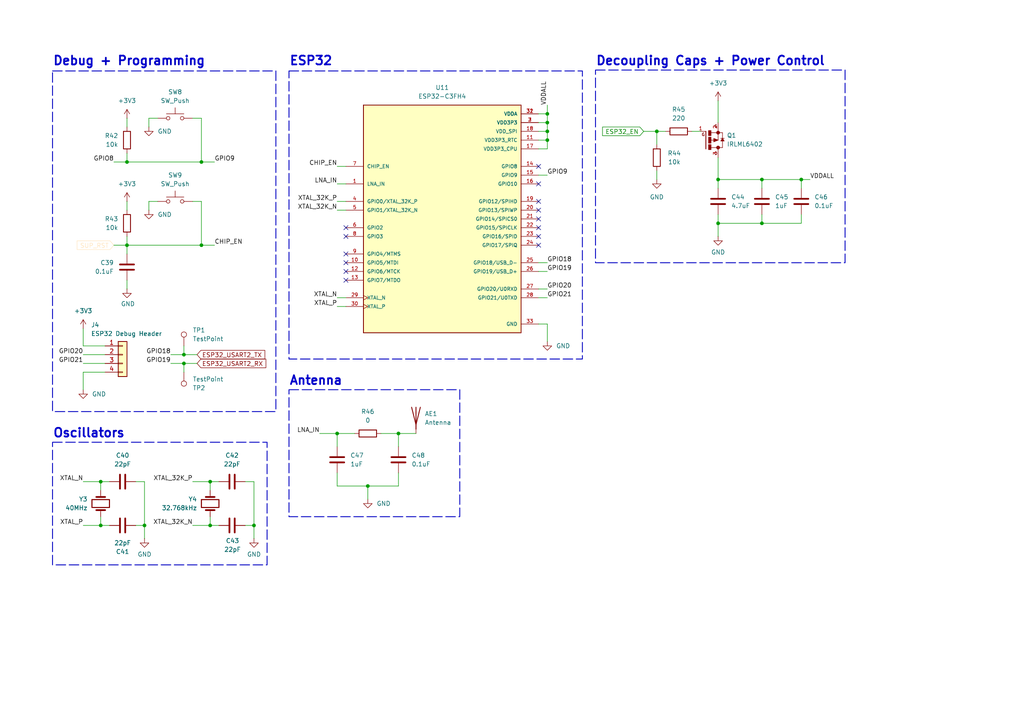
<source format=kicad_sch>
(kicad_sch (version 20250114) (generator "eeschema") (generator_version "9.0")
  (paper "A4")
  (title_block (title "HRVSTR") (date "2025-07-13") (rev "V1.0") (company "Smuggr"))
  (lib_symbols
    (symbol "Connector:TestPoint" (pin_numbers (hide yes)) (pin_names (offset 0.762) (hide yes))
      (property "Reference" "TP" (at 0 6.858 0))
      (property "Value" "TestPoint" (at 0 5.08 0))
      (symbol "TestPoint_0_1"
        (circle (center 0 3.302) (radius 0.762))
      )
      (symbol "TestPoint_1_1"
        (pin passive line (at 0 0 90) (length 2.54) (name "1") (number "1"))
      )
    )
    (symbol "Connector_Generic:Conn_01x04" (pin_names (offset 1.016) (hide yes))
      (property "Reference" "J" (at 0 5.08 0))
      (property "Value" "Conn_01x04" (at 0 -7.62 0))
      (symbol "Conn_01x04_1_1"
        (rectangle (start -1.27 3.81) (end 1.27 -6.35) (stroke (width 0.254)) (fill (type background)))
        (rectangle (start -1.27 2.667) (end 0 2.413) (stroke (width 0.1524)))
        (rectangle (start -1.27 0.127) (end 0 -0.127) (stroke (width 0.1524)))
        (rectangle (start -1.27 -2.413) (end 0 -2.667) (stroke (width 0.1524)))
        (rectangle (start -1.27 -4.953) (end 0 -5.207) (stroke (width 0.1524)))
        (pin passive line (at -5.08 2.54 0) (length 3.81) (name "Pin_1") (number "1"))
        (pin passive line (at -5.08 0 0) (length 3.81) (name "Pin_2") (number "2"))
        (pin passive line (at -5.08 -2.54 0) (length 3.81) (name "Pin_3") (number "3"))
        (pin passive line (at -5.08 -5.08 0) (length 3.81) (name "Pin_4") (number "4"))
      )
    )
    (symbol "Device:Antenna" (pin_numbers (hide yes)) (pin_names (offset 1.016) (hide yes))
      (property "Reference" "AE" (at -1.905 1.905 0))
      (property "Value" "Antenna" (at -1.905 0 0))
      (symbol "Antenna_0_1"
        (polyline (pts (xy 0 2.54) (xy 0 -3.81)) (stroke (width 0.254)))
        (polyline (pts (xy 1.27 2.54) (xy 0 -2.54) (xy -1.27 2.54)) (stroke (width 0.254)))
      )
      (symbol "Antenna_1_1"
        (pin input line (at 0 -5.08 90) (length 2.54) (name "A") (number "1"))
      )
    )
    (symbol "Device:C" (pin_numbers (hide yes)) (pin_names (offset 0.254))
      (property "Reference" "C" (at 0.635 2.54 0))
      (property "Value" "C" (at 0.635 -2.54 0))
      (symbol "C_0_1"
        (polyline (pts (xy -2.032 0.762) (xy 2.032 0.762)) (stroke (width 0.508)))
        (polyline (pts (xy -2.032 -0.762) (xy 2.032 -0.762)) (stroke (width 0.508)))
      )
      (symbol "C_1_1"
        (pin passive line (at 0 3.81 270) (length 2.794) (name "~") (number "1"))
        (pin passive line (at 0 -3.81 90) (length 2.794) (name "~") (number "2"))
      )
    )
    (symbol "Device:Crystal" (pin_numbers (hide yes)) (pin_names (offset 1.016) (hide yes))
      (property "Reference" "Y" (at 0 3.81 0))
      (property "Value" "Crystal" (at 0 -3.81 0))
      (symbol "Crystal_0_1"
        (polyline (pts (xy -2.54 0) (xy -1.905 0)))
        (polyline (pts (xy -1.905 -1.27) (xy -1.905 1.27)) (stroke (width 0.508)))
        (rectangle (start -1.143 2.54) (end 1.143 -2.54) (stroke (width 0.3048)))
        (polyline (pts (xy 1.905 -1.27) (xy 1.905 1.27)) (stroke (width 0.508)))
        (polyline (pts (xy 2.54 0) (xy 1.905 0)))
      )
      (symbol "Crystal_1_1"
        (pin passive line (at -3.81 0 0) (length 1.27) (name "1") (number "1"))
        (pin passive line (at 3.81 0 180) (length 1.27) (name "2") (number "2"))
      )
    )
    (symbol "Device:R" (pin_numbers (hide yes)) (pin_names (offset 0))
      (property "Reference" "R" (at 2.032 0 90))
      (property "Value" "R" (at 0 0 90))
      (symbol "R_0_1"
        (rectangle (start -1.016 -2.54) (end 1.016 2.54) (stroke (width 0.254)))
      )
      (symbol "R_1_1"
        (pin passive line (at 0 3.81 270) (length 1.27) (name "~") (number "1"))
        (pin passive line (at 0 -3.81 90) (length 1.27) (name "~") (number "2"))
      )
    )
    (symbol "ESP32-C3FH4:ESP32-C3FH4" (pin_names (offset 1.016))
      (property "Reference" "U" (at -22.86 33.782 0))
      (property "Value" "ESP32-C3FH4" (at -22.86 -35.56 0))
      (symbol "ESP32-C3FH4_0_0"
        (rectangle (start -22.86 -33.02) (end 22.86 33.02) (stroke (width 0.254)) (fill (type background)))
        (pin input line (at -27.94 15.24 0) (length 5.08) (name "CHIP_EN") (number "7"))
        (pin input line (at -27.94 10.16 0) (length 5.08) (name "LNA_IN") (number "1"))
        (pin bidirectional line (at -27.94 5.08 0) (length 5.08) (name "GPIO0/XTAL_32K_P") (number "4"))
        (pin bidirectional line (at -27.94 2.54 0) (length 5.08) (name "GPIO1/XTAL_32K_N") (number "5"))
        (pin bidirectional line (at -27.94 -2.54 0) (length 5.08) (name "GPIO2") (number "6"))
        (pin bidirectional line (at -27.94 -5.08 0) (length 5.08) (name "GPIO3") (number "8"))
        (pin bidirectional line (at -27.94 -10.16 0) (length 5.08) (name "GPIO4/MTMS") (number "9"))
        (pin bidirectional line (at -27.94 -12.7 0) (length 5.08) (name "GPIO5/MTDI") (number "10"))
        (pin bidirectional line (at -27.94 -15.24 0) (length 5.08) (name "GPIO6/MTCK") (number "12"))
        (pin bidirectional line (at -27.94 -17.78 0) (length 5.08) (name "GPIO7/MTDO") (number "13"))
        (pin input clock (at -27.94 -22.86 0) (length 5.08) (name "XTAL_N") (number "29"))
        (pin input clock (at -27.94 -25.4 0) (length 5.08) (name "XTAL_P") (number "30"))
        (pin power_in line (at 27.94 30.48 180) (length 5.08) (name "VDDA") (number "31"))
        (pin power_in line (at 27.94 30.48 180) (length 5.08) (name "VDDA") (number "32"))
        (pin power_in line (at 27.94 27.94 180) (length 5.08) (name "VDD3P3") (number "2"))
        (pin power_in line (at 27.94 27.94 180) (length 5.08) (name "VDD3P3") (number "3"))
        (pin power_in line (at 27.94 25.4 180) (length 5.08) (name "VDD_SPI") (number "18"))
        (pin power_in line (at 27.94 22.86 180) (length 5.08) (name "VDD3P3_RTC") (number "11"))
        (pin power_in line (at 27.94 20.32 180) (length 5.08) (name "VDD3P3_CPU") (number "17"))
        (pin bidirectional line (at 27.94 15.24 180) (length 5.08) (name "GPIO8") (number "14"))
        (pin bidirectional line (at 27.94 12.7 180) (length 5.08) (name "GPIO9") (number "15"))
        (pin bidirectional line (at 27.94 10.16 180) (length 5.08) (name "GPIO10") (number "16"))
        (pin bidirectional line (at 27.94 5.08 180) (length 5.08) (name "GPIO12/SPIHD") (number "19"))
        (pin bidirectional line (at 27.94 2.54 180) (length 5.08) (name "GPIO13/SPIWP") (number "20"))
        (pin bidirectional line (at 27.94 0 180) (length 5.08) (name "GPIO14/SPICS0") (number "21"))
        (pin bidirectional line (at 27.94 -2.54 180) (length 5.08) (name "GPIO15/SPICLK") (number "22"))
        (pin bidirectional line (at 27.94 -5.08 180) (length 5.08) (name "GPIO16/SPID") (number "23"))
        (pin bidirectional line (at 27.94 -7.62 180) (length 5.08) (name "GPIO17/SPIQ") (number "24"))
        (pin bidirectional line (at 27.94 -12.7 180) (length 5.08) (name "GPIO18/USB_D-") (number "25"))
        (pin bidirectional line (at 27.94 -15.24 180) (length 5.08) (name "GPIO19/USB_D+") (number "26"))
        (pin bidirectional line (at 27.94 -20.32 180) (length 5.08) (name "GPIO20/U0RXD") (number "27"))
        (pin bidirectional line (at 27.94 -22.86 180) (length 5.08) (name "GPIO21/U0TXD") (number "28"))
        (pin power_in line (at 27.94 -30.48 180) (length 5.08) (name "GND") (number "33"))
      )
    )
    (symbol "IRLML6402:IRLML6402" (pin_names (offset 1.016))
      (property "Reference" "Q" (at 3.816 2.544 0))
      (property "Value" "IRLML6402" (at 3.8123 0 0))
      (symbol "IRLML6402_0_0"
        (polyline (pts (xy -3.556 2.54) (xy -5.08 2.54)) (stroke (width 0.1524)))
        (polyline (pts (xy -3.556 -2.54) (xy -3.556 2.54)) (stroke (width 0.254)))
        (rectangle (start -2.7992 1.2724) (end -2.032 2.794) (stroke (width 0.1)) (fill (type outline)))
        (rectangle (start -2.7955 -2.7955) (end -2.032 -1.27) (stroke (width 0.1)) (fill (type outline)))
        (rectangle (start -2.7947 -0.8892) (end -2.032 0.889) (stroke (width 0.1)) (fill (type outline)))
        (polyline (pts (xy -2.159 0) (xy 0 0)) (stroke (width 0.1524)))
        (polyline (pts (xy -2.032 -2.159) (xy 0 -2.159)) (stroke (width 0.1524)))
        (polyline (pts (xy 0 2.54) (xy 0 2.159)) (stroke (width 0.1524)))
        (circle (center 0 2.159) (radius 0.127) (stroke (width 0.4064)))
        (polyline (pts (xy 0 2.159) (xy -2.0066 2.159)) (stroke (width 0.1524)))
        (polyline (pts (xy 0 0) (xy 0 2.159)) (stroke (width 0.1524)))
        (polyline (pts (xy 0 0) (xy -1.27 0.508) (xy -1.27 -0.508) (xy 0 0)) (stroke (width 0.1524)) (fill (type outline)))
        (polyline (pts (xy 0 -2.159) (xy 0 -2.54)) (stroke (width 0.1524)))
        (circle (center 0 -2.159) (radius 0.127) (stroke (width 0.4064)))
        (polyline (pts (xy 0.762 0.508) (xy 1.27 0.508)) (stroke (width 0.1524)))
        (polyline (pts (xy 1.27 2.159) (xy 0 2.159)) (stroke (width 0.1524)))
        (polyline (pts (xy 1.27 0.508) (xy 1.27 2.159)) (stroke (width 0.1524)))
        (polyline (pts (xy 1.27 0.508) (xy 1.778 0.508)) (stroke (width 0.1524)))
        (polyline (pts (xy 1.27 0.508) (xy 0.762 -0.254) (xy 1.778 -0.254) (xy 1.27 0.508)) (stroke (width 0.1524)) (fill (type outline)))
        (polyline (pts (xy 1.27 -2.159) (xy 0 -2.159)) (stroke (width 0.1524)))
        (polyline (pts (xy 1.27 -2.159) (xy 1.27 -0.127)) (stroke (width 0.1524)))
        (text "G" (at -4.829 1.1437 0) (effects (font (size 0.8133 0.8133)) (justify left bottom)))
        (text "S" (at -1.1446 3.5611 0) (effects (font (size 0.814 0.814)) (justify left bottom)))
        (text "D" (at -1.1439 -4.3216 0) (effects (font (size 0.8135 0.8135)) (justify left bottom)))
        (pin passive line (at -5.08 2.54 0) (length 0) (name "~") (number "1"))
        (pin passive line (at 0 5.08 270) (length 2.54) (name "~") (number "2"))
        (pin passive line (at 0 -5.08 90) (length 2.54) (name "~") (number "3"))
      )
    )
    (symbol "Switch:SW_Push" (pin_numbers (hide yes)) (pin_names (offset 1.016) (hide yes))
      (property "Reference" "SW" (at 1.27 2.54 0))
      (property "Value" "SW_Push" (at 0 -1.524 0))
      (symbol "SW_Push_0_1"
        (circle (center -2.032 0) (radius 0.508))
        (polyline (pts (xy 0 1.27) (xy 0 3.048)))
        (circle (center 2.032 0) (radius 0.508))
        (polyline (pts (xy 2.54 1.27) (xy -2.54 1.27)))
        (pin passive line (at -5.08 0 0) (length 2.54) (name "1") (number "1"))
        (pin passive line (at 5.08 0 180) (length 2.54) (name "2") (number "2"))
      )
    )
    (symbol "power:+3V3" (power) (pin_numbers (hide yes)) (pin_names (offset 0) (hide yes))
      (property "Value" "+3V3" (at 0 3.556 0))
      (symbol "+3V3_0_1"
        (polyline (pts (xy -0.762 1.27) (xy 0 2.54)))
        (polyline (pts (xy 0 2.54) (xy 0.762 1.27)))
        (polyline (pts (xy 0 0) (xy 0 2.54)))
      )
      (symbol "+3V3_1_1"
        (pin power_in line (at 0 0 90) (length 0) (name "~") (number "1"))
      )
    )
    (symbol "power:GND" (power) (pin_numbers (hide yes)) (pin_names (offset 0) (hide yes))
      (property "Value" "GND" (at 0 -3.81 0))
      (symbol "GND_0_1"
        (polyline (pts (xy 0 0) (xy 0 -1.27) (xy 1.27 -1.27) (xy 0 -2.54) (xy -1.27 -1.27) (xy 0 -1.27)))
      )
      (symbol "GND_1_1"
        (pin power_in line (at 0 0 270) (length 0) (name "~") (number "1"))
      )
    )
  )
  (rectangle (start 15.24 128.27) (end 77.47 163.83) (stroke (width 0.254) (type dash)))
  (rectangle (start 83.82 113.03) (end 133.35 149.86) (stroke (width 0.254) (type dash)))
  (rectangle (start 172.72 20.32) (end 245.11 76.2) (stroke (width 0.254) (type dash)))
  (rectangle (start 15.24 20.574) (end 80.01 119.38) (stroke (width 0.254) (type dash)))
  (rectangle (start 83.82 20.574) (end 168.91 104.14) (stroke (width 0.254) (type dash)))
  (text "Decoupling Caps + Power Control" (at 172.72 17.78 0) (effects (font (size 2.54 2.54) (thickness 0.508) (bold yes)) (justify left)))
  (text "Antenna" (at 83.82 110.49 0) (effects (font (size 2.54 2.54) (thickness 0.508) (bold yes)) (justify left)))
  (text "Debug + Programming" (at 15.24 17.78 0) (effects (font (size 2.54 2.54) (thickness 0.508) (bold yes)) (justify left)))
  (text "Oscillators" (at 15.24 125.73 0) (effects (font (size 2.54 2.54) (thickness 0.508) (bold yes)) (justify left)))
  (text "ESP32" (at 83.82 17.78 0) (effects (font (size 2.54 2.54) (thickness 0.508) (bold yes)) (justify left)))
  (junction (at 41.91 152.4))
  (junction (at 208.28 64.77))
  (junction (at 97.79 125.73))
  (junction (at 158.75 38.1))
  (junction (at 73.66 152.4))
  (junction (at 58.42 46.99))
  (junction (at 53.34 102.87))
  (junction (at 36.83 71.12))
  (junction (at 232.41 52.07))
  (junction (at 158.75 40.64))
  (junction (at 158.75 35.56))
  (junction (at 106.68 140.97))
  (junction (at 115.57 125.73))
  (junction (at 190.5 38.1))
  (junction (at 58.42 71.12))
  (junction (at 60.96 139.7))
  (junction (at 220.98 52.07))
  (junction (at 29.21 139.7))
  (junction (at 29.21 152.4))
  (junction (at 158.75 33.02))
  (junction (at 220.98 64.77))
  (junction (at 36.83 46.99))
  (junction (at 208.28 52.07))
  (junction (at 60.96 152.4))
  (junction (at 53.34 105.41))
  (no_connect (at 156.21 58.42))
  (no_connect (at 100.33 78.74))
  (no_connect (at 156.21 68.58))
  (no_connect (at 156.21 53.34))
  (no_connect (at 156.21 60.96))
  (no_connect (at 156.21 48.26))
  (no_connect (at 100.33 76.2))
  (no_connect (at 156.21 66.04))
  (no_connect (at 156.21 63.5))
  (no_connect (at 100.33 81.28))
  (no_connect (at 100.33 66.04))
  (no_connect (at 100.33 68.58))
  (no_connect (at 156.21 71.12))
  (no_connect (at 100.33 73.66))
  (wire (pts (xy 156.21 83.82) (xy 158.75 83.82)))
  (wire (pts (xy 115.57 129.54) (xy 115.57 125.73)))
  (wire (pts (xy 232.41 54.61) (xy 232.41 52.07)))
  (wire (pts (xy 53.34 100.33) (xy 53.34 102.87)))
  (wire (pts (xy 97.79 125.73) (xy 102.87 125.73)))
  (wire (pts (xy 29.21 142.24) (xy 29.21 139.7)))
  (wire (pts (xy 24.13 95.25) (xy 24.13 100.33)))
  (wire (pts (xy 156.21 86.36) (xy 158.75 86.36)))
  (wire (pts (xy 106.68 140.97) (xy 115.57 140.97)))
  (wire (pts (xy 208.28 54.61) (xy 208.28 52.07)))
  (wire (pts (xy 208.28 52.07) (xy 220.98 52.07)))
  (wire (pts (xy 55.88 152.4) (xy 60.96 152.4)))
  (wire (pts (xy 193.04 38.1) (xy 190.5 38.1)))
  (wire (pts (xy 39.37 152.4) (xy 41.91 152.4)))
  (wire (pts (xy 156.21 40.64) (xy 158.75 40.64)))
  (wire (pts (xy 200.66 38.1) (xy 203.2 38.1)))
  (wire (pts (xy 60.96 142.24) (xy 60.96 139.7)))
  (wire (pts (xy 49.53 105.41) (xy 53.34 105.41)))
  (wire (pts (xy 73.66 139.7) (xy 73.66 152.4)))
  (wire (pts (xy 24.13 105.41) (xy 30.48 105.41)))
  (wire (pts (xy 29.21 139.7) (xy 31.75 139.7)))
  (wire (pts (xy 24.13 152.4) (xy 29.21 152.4)))
  (wire (pts (xy 24.13 139.7) (xy 29.21 139.7)))
  (wire (pts (xy 43.18 34.29) (xy 43.18 36.83)))
  (wire (pts (xy 232.41 64.77) (xy 220.98 64.77)))
  (wire (pts (xy 115.57 140.97) (xy 115.57 137.16)))
  (wire (pts (xy 97.79 129.54) (xy 97.79 125.73)))
  (wire (pts (xy 45.72 58.42) (xy 43.18 58.42)))
  (wire (pts (xy 156.21 33.02) (xy 158.75 33.02)))
  (wire (pts (xy 190.5 38.1) (xy 190.5 41.91)))
  (wire (pts (xy 158.75 99.06) (xy 158.75 93.98)))
  (wire (pts (xy 100.33 88.9) (xy 97.79 88.9)))
  (wire (pts (xy 97.79 60.96) (xy 100.33 60.96)))
  (wire (pts (xy 97.79 48.26) (xy 100.33 48.26)))
  (wire (pts (xy 97.79 140.97) (xy 106.68 140.97)))
  (wire (pts (xy 234.95 52.07) (xy 232.41 52.07)))
  (wire (pts (xy 53.34 105.41) (xy 53.34 107.95)))
  (wire (pts (xy 190.5 49.53) (xy 190.5 52.07)))
  (wire (pts (xy 24.13 107.95) (xy 30.48 107.95)))
  (wire (pts (xy 41.91 139.7) (xy 41.91 152.4)))
  (wire (pts (xy 73.66 152.4) (xy 73.66 156.21)))
  (wire (pts (xy 58.42 46.99) (xy 62.23 46.99)))
  (wire (pts (xy 24.13 100.33) (xy 30.48 100.33)))
  (wire (pts (xy 36.83 71.12) (xy 36.83 73.66)))
  (wire (pts (xy 57.15 102.87) (xy 53.34 102.87)))
  (wire (pts (xy 97.79 140.97) (xy 97.79 137.16)))
  (wire (pts (xy 63.5 152.4) (xy 60.96 152.4)))
  (wire (pts (xy 63.5 139.7) (xy 60.96 139.7)))
  (wire (pts (xy 100.33 86.36) (xy 97.79 86.36)))
  (wire (pts (xy 58.42 34.29) (xy 58.42 46.99)))
  (wire (pts (xy 71.12 139.7) (xy 73.66 139.7)))
  (wire (pts (xy 36.83 81.28) (xy 36.83 83.82)))
  (wire (pts (xy 36.83 44.45) (xy 36.83 46.99)))
  (wire (pts (xy 220.98 62.23) (xy 220.98 64.77)))
  (wire (pts (xy 208.28 62.23) (xy 208.28 64.77)))
  (wire (pts (xy 158.75 40.64) (xy 158.75 43.18)))
  (wire (pts (xy 29.21 149.86) (xy 29.21 152.4)))
  (wire (pts (xy 158.75 78.74) (xy 156.21 78.74)))
  (wire (pts (xy 41.91 152.4) (xy 41.91 156.21)))
  (wire (pts (xy 115.57 125.73) (xy 120.65 125.73)))
  (wire (pts (xy 97.79 58.42) (xy 100.33 58.42)))
  (wire (pts (xy 43.18 58.42) (xy 43.18 60.96)))
  (wire (pts (xy 158.75 76.2) (xy 156.21 76.2)))
  (wire (pts (xy 45.72 34.29) (xy 43.18 34.29)))
  (wire (pts (xy 158.75 93.98) (xy 156.21 93.98)))
  (wire (pts (xy 36.83 58.42) (xy 36.83 60.96)))
  (wire (pts (xy 55.88 139.7) (xy 60.96 139.7)))
  (wire (pts (xy 58.42 71.12) (xy 62.23 71.12)))
  (wire (pts (xy 41.91 139.7) (xy 39.37 139.7)))
  (wire (pts (xy 208.28 64.77) (xy 208.28 68.58)))
  (wire (pts (xy 92.71 125.73) (xy 97.79 125.73)))
  (wire (pts (xy 29.21 152.4) (xy 31.75 152.4)))
  (wire (pts (xy 36.83 68.58) (xy 36.83 71.12)))
  (wire (pts (xy 208.28 64.77) (xy 220.98 64.77)))
  (wire (pts (xy 220.98 54.61) (xy 220.98 52.07)))
  (wire (pts (xy 24.13 113.03) (xy 24.13 107.95)))
  (wire (pts (xy 208.28 29.21) (xy 208.28 35.56)))
  (wire (pts (xy 106.68 144.78) (xy 106.68 140.97)))
  (wire (pts (xy 36.83 34.29) (xy 36.83 36.83)))
  (wire (pts (xy 36.83 71.12) (xy 58.42 71.12)))
  (wire (pts (xy 208.28 45.72) (xy 208.28 52.07)))
  (wire (pts (xy 156.21 35.56) (xy 158.75 35.56)))
  (wire (pts (xy 97.79 53.34) (xy 100.33 53.34)))
  (wire (pts (xy 71.12 152.4) (xy 73.66 152.4)))
  (wire (pts (xy 232.41 52.07) (xy 220.98 52.07)))
  (wire (pts (xy 115.57 125.73) (xy 110.49 125.73)))
  (wire (pts (xy 232.41 62.23) (xy 232.41 64.77)))
  (wire (pts (xy 53.34 105.41) (xy 57.15 105.41)))
  (wire (pts (xy 158.75 30.48) (xy 158.75 33.02)))
  (wire (pts (xy 186.69 38.1) (xy 190.5 38.1)))
  (wire (pts (xy 33.02 71.12) (xy 36.83 71.12)))
  (wire (pts (xy 24.13 102.87) (xy 30.48 102.87)))
  (wire (pts (xy 33.02 46.99) (xy 36.83 46.99)))
  (wire (pts (xy 158.75 38.1) (xy 158.75 40.64)))
  (wire (pts (xy 49.53 102.87) (xy 53.34 102.87)))
  (wire (pts (xy 58.42 58.42) (xy 55.88 58.42)))
  (wire (pts (xy 58.42 58.42) (xy 58.42 71.12)))
  (wire (pts (xy 156.21 38.1) (xy 158.75 38.1)))
  (wire (pts (xy 36.83 46.99) (xy 58.42 46.99)))
  (wire (pts (xy 55.88 34.29) (xy 58.42 34.29)))
  (wire (pts (xy 156.21 50.8) (xy 158.75 50.8)))
  (wire (pts (xy 158.75 35.56) (xy 158.75 38.1)))
  (wire (pts (xy 156.21 43.18) (xy 158.75 43.18)))
  (wire (pts (xy 158.75 33.02) (xy 158.75 35.56)))
  (wire (pts (xy 60.96 149.86) (xy 60.96 152.4)))
  (label "GPIO8" (at 33.02 46.99 180))
  (label "CHIP_EN" (at 97.79 48.26 180))
  (label "GPIO21" (at 158.75 86.36 0))
  (label "XTAL_P" (at 97.79 88.9 180))
  (label "CHIP_EN" (at 62.23 71.12 0))
  (label "XTAL_32K_N" (at 55.88 152.4 180))
  (label "GPIO19" (at 49.53 105.41 180))
  (label "GPIO9" (at 158.75 50.8 0))
  (label "XTAL_32K_P" (at 97.79 58.42 180))
  (label "GPIO9" (at 62.23 46.99 0))
  (label "XTAL_N" (at 97.79 86.36 180))
  (label "LNA_IN" (at 97.79 53.34 180))
  (label "XTAL_32K_N" (at 97.79 60.96 180))
  (label "VDDALL" (at 158.75 30.48 90))
  (label "XTAL_P" (at 24.13 152.4 180))
  (label "GPIO20" (at 158.75 83.82 0))
  (label "GPIO18" (at 49.53 102.87 180))
  (label "XTAL_N" (at 24.13 139.7 180))
  (label "GPIO19" (at 158.75 78.74 0))
  (label "LNA_IN" (at 92.71 125.73 180))
  (label "GPIO21" (at 24.13 105.41 180))
  (label "XTAL_32K_P" (at 55.88 139.7 180))
  (label "GPIO18" (at 158.75 76.2 0))
  (label "VDDALL" (at 234.95 52.07 0))
  (label "GPIO20" (at 24.13 102.87 180))
  (global_label "SUP_RST" (shape input) (at 33.02 71.12 180) (property "Intersheetrefs" "${INTERSHEET_REFS}" (effects (hide yes))))
  (global_label "ESP32_USART2_RX" (shape input) (at 57.15 105.41 0) (property "Intersheetrefs" "${INTERSHEET_REFS}" (effects (hide yes))))
  (global_label "ESP32_USART2_TX" (shape input) (at 57.15 102.87 0) (property "Intersheetrefs" "${INTERSHEET_REFS}" (effects (hide yes))))
  (global_label "ESP32_EN" (shape input) (at 186.69 38.1 180) (property "Intersheetrefs" "${INTERSHEET_REFS}" (effects (hide yes))))
  (symbol (lib_id "Device:R") (at 190.5 45.72 0) (unit 1)
    (property "Reference" "R44" (at 195.58 44.45 0))
    (property "Value" "10k" (at 195.58 46.99 0))
    (property "Description" "Resistor" (effects (hide yes)))
  )
  (symbol (lib_id "power:GND") (at 41.91 156.21 0) (unit 1)
    (property "Reference" "#PWR071" (effects (hide yes)))
    (property "Value" "GND" (at 39.878 160.782 0) (effects (justify left)))
    (property "Description" "Power symbol creates a global label with name \"GND\" , ground" (effects (hide yes)))
  )
  (symbol (lib_id "power:GND") (at 43.18 36.83 0) (unit 1)
    (property "Reference" "#PWR069" (effects (hide yes)))
    (property "Value" "GND" (at 45.72 38.0999 0) (effects (justify left)))
    (property "Description" "Power symbol creates a global label with name \"GND\" , ground" (effects (hide yes)))
  )
  (symbol (lib_id "Device:C") (at 67.31 152.4 90) (mirror x) (unit 1)
    (property "Reference" "C43" (at 67.437 156.845 90))
    (property "Value" "22pF" (at 67.437 159.385 90))
    (property "Description" "Unpolarized capacitor" (effects (hide yes)))
  )
  (symbol (lib_id "power:+3V3") (at 24.13 95.25 0) (unit 1)
    (property "Reference" "#PWR077" (effects (hide yes)))
    (property "Value" "+3V3" (at 24.13 90.17 0))
    (property "Description" "Power symbol creates a global label with name \"+3V3\"" (effects (hide yes)))
  )
  (symbol (lib_id "power:GND") (at 158.75 99.06 0) (unit 1)
    (property "Reference" "#PWR076" (effects (hide yes)))
    (property "Value" "GND" (at 161.29 100.3299 0) (effects (justify left)))
    (property "Description" "Power symbol creates a global label with name \"GND\" , ground" (effects (hide yes)))
  )
  (symbol (lib_id "Connector:TestPoint") (at 53.34 100.33 0) (unit 1)
    (property "Reference" "TP1" (at 55.88 95.7579 0) (effects (justify left)))
    (property "Value" "TestPoint" (at 55.88 98.2979 0) (effects (justify left)))
    (property "Description" "test point" (effects (hide yes)))
  )
  (symbol (lib_id "Device:R") (at 36.83 40.64 0) (mirror y) (unit 1)
    (property "Reference" "R42" (at 34.29 39.3699 0) (effects (justify left)))
    (property "Value" "10k" (at 34.29 41.9099 0) (effects (justify left)))
    (property "Description" "Resistor" (effects (hide yes)))
  )
  (symbol (lib_id "Device:R") (at 106.68 125.73 90) (unit 1)
    (property "Reference" "R46" (at 106.68 119.38 90))
    (property "Value" "0" (at 106.68 121.92 90))
    (property "Description" "Resistor" (effects (hide yes)))
  )
  (symbol (lib_id "power:GND") (at 24.13 113.03 0) (unit 1)
    (property "Reference" "#PWR078" (effects (hide yes)))
    (property "Value" "GND" (at 26.67 114.2999 0) (effects (justify left)))
    (property "Description" "Power symbol creates a global label with name \"GND\" , ground" (effects (hide yes)))
  )
  (symbol (lib_id "power:+3V3") (at 36.83 58.42 0) (unit 1)
    (property "Reference" "#PWR067" (effects (hide yes)))
    (property "Value" "+3V3" (at 36.83 53.34 0))
    (property "Description" "Power symbol creates a global label with name \"+3V3\"" (effects (hide yes)))
  )
  (symbol (lib_id "Device:R") (at 196.85 38.1 90) (unit 1)
    (property "Reference" "R45" (at 196.85 31.75 90))
    (property "Value" "220" (at 196.85 34.29 90))
    (property "Description" "Resistor" (effects (hide yes)))
  )
  (symbol (lib_id "Device:Crystal") (at 29.21 146.05 270) (unit 1)
    (property "Reference" "Y3" (at 25.4 144.78 90) (effects (justify right)))
    (property "Value" "40MHz" (at 25.4 147.32 90) (effects (justify right)))
    (property "Description" "Two pin crystal" (effects (hide yes)))
  )
  (symbol (lib_id "power:GND") (at 208.28 68.58 0) (unit 1)
    (property "Reference" "#PWR075" (effects (hide yes)))
    (property "Value" "GND" (at 208.28 73.152 0))
    (property "Description" "Power symbol creates a global label with name \"GND\" , ground" (effects (hide yes)))
  )
  (symbol (lib_id "Device:C") (at 35.56 152.4 90) (unit 1)
    (property "Reference" "C41" (at 35.56 160.02 90))
    (property "Value" "22pF" (at 35.56 157.48 90))
    (property "Description" "Unpolarized capacitor" (effects (hide yes)))
  )
  (symbol (lib_id "Device:C") (at 36.83 77.47 0) (mirror y) (unit 1)
    (property "Reference" "C39" (at 33.02 76.1999 0) (effects (justify left)))
    (property "Value" "0.1uF" (at 33.02 78.7399 0) (effects (justify left)))
    (property "Description" "Unpolarized capacitor" (effects (hide yes)))
  )
  (symbol (lib_id "Connector_Generic:Conn_01x04") (at 35.56 102.87 0) (unit 1)
    (property "Reference" "J4" (at 26.416 94.234 0) (effects (justify left)))
    (property "Value" "ESP32 Debug Header" (at 26.416 96.774 0) (effects (justify left)))
    (property "Description" "Generic connector, single row, 01x04, script generated (kicad-library-utils/schlib/autogen/connector/)" (effects (hide yes)))
  )
  (symbol (lib_id "Device:C") (at 220.98 58.42 0) (unit 1)
    (property "Reference" "C45" (at 224.79 57.1499 0) (effects (justify left)))
    (property "Value" "1uF" (at 224.79 59.6899 0) (effects (justify left)))
    (property "Description" "Unpolarized capacitor" (effects (hide yes)))
  )
  (symbol (lib_id "Switch:SW_Push") (at 50.8 34.29 0) (unit 1)
    (property "Reference" "SW8" (at 50.8 26.67 0))
    (property "Value" "SW_Push" (at 50.8 29.21 0))
    (property "Description" "Push button switch, generic, two pins" (effects (hide yes)))
  )
  (symbol (lib_id "power:GND") (at 190.5 52.07 0) (unit 1)
    (property "Reference" "#PWR073" (effects (hide yes)))
    (property "Value" "GND" (at 190.5 57.15 0))
    (property "Description" "Power symbol creates a global label with name \"GND\" , ground" (effects (hide yes)))
  )
  (symbol (lib_id "Device:C") (at 35.56 139.7 90) (mirror x) (unit 1)
    (property "Reference" "C40" (at 35.56 132.08 90))
    (property "Value" "22pF" (at 35.56 134.62 90))
    (property "Description" "Unpolarized capacitor" (effects (hide yes)))
  )
  (symbol (lib_id "Device:C") (at 97.79 133.35 0) (unit 1)
    (property "Reference" "C47" (at 101.6 132.0799 0) (effects (justify left)))
    (property "Value" "1uF" (at 101.6 134.6199 0) (effects (justify left)))
    (property "Description" "Unpolarized capacitor" (effects (hide yes)))
  )
  (symbol (lib_id "IRLML6402:IRLML6402") (at 208.28 40.64 0) (unit 1)
    (property "Reference" "Q1" (at 210.82 39.2855 0) (effects (justify left)))
    (property "Value" "IRLML6402" (at 210.82 41.8255 0) (effects (justify left)))
    (property "Footprint" "IRLML6402:SOT23" (effects (hide yes)))
    (property "MF" "Infineon Technologies" (effects (hide yes)))
    (property "Description_1" "P-Channel 20 V 3.7A (Ta) 1.3W (Ta) Surface Mount Micro3â„¢ /SOT-23" (effects (hide yes)))
    (property "Package" "SOT-23-3 ON Semiconductor" (effects (hide yes)))
    (property "Price" "None" (effects (hide yes)))
    (property "SnapEDA_Link" "https://www.snapeda.com/parts/IRLML6402/Infineon/view-part/?ref=snap" (effects (hide yes)))
    (property "MP" "IRLML6402" (effects (hide yes)))
    (property "Availability" "In Stock" (effects (hide yes)))
    (property "Check_prices" "https://www.snapeda.com/parts/IRLML6402/Infineon/view-part/?ref=eda" (effects (hide yes)))
  )
  (symbol (lib_id "Device:Crystal") (at 60.96 146.05 90) (unit 1)
    (property "Reference" "Y4" (at 57.15 144.78 90) (effects (justify left)))
    (property "Value" "32.768kHz" (at 57.15 147.32 90) (effects (justify left)))
    (property "Description" "Two pin crystal" (effects (hide yes)))
  )
  (symbol (lib_id "power:GND") (at 73.66 156.21 0) (mirror y) (unit 1)
    (property "Reference" "#PWR072" (effects (hide yes)))
    (property "Value" "GND" (at 71.628 160.782 0) (effects (justify right)))
    (property "Description" "Power symbol creates a global label with name \"GND\" , ground" (effects (hide yes)))
  )
  (symbol (lib_id "power:GND") (at 36.83 83.82 0) (unit 1)
    (property "Reference" "#PWR068" (effects (hide yes)))
    (property "Value" "GND" (at 35.052 88.138 0) (effects (justify left)))
    (property "Description" "Power symbol creates a global label with name \"GND\" , ground" (effects (hide yes)))
  )
  (symbol (lib_id "Connector:TestPoint") (at 53.34 107.95 0) (mirror x) (unit 1)
    (property "Reference" "TP2" (at 55.88 112.5221 0) (effects (justify left)))
    (property "Value" "TestPoint" (at 55.88 109.9821 0) (effects (justify left)))
    (property "Description" "test point" (effects (hide yes)))
  )
  (symbol (lib_id "Device:R") (at 36.83 64.77 0) (mirror y) (unit 1)
    (property "Reference" "R43" (at 34.29 63.4999 0) (effects (justify left)))
    (property "Value" "10k" (at 34.29 66.0399 0) (effects (justify left)))
    (property "Description" "Resistor" (effects (hide yes)))
  )
  (symbol (lib_id "power:GND") (at 106.68 144.78 0) (unit 1)
    (property "Reference" "#PWR079" (effects (hide yes)))
    (property "Value" "GND" (at 109.22 146.0499 0) (effects (justify left)))
    (property "Description" "Power symbol creates a global label with name \"GND\" , ground" (effects (hide yes)))
  )
  (symbol (lib_id "power:+3V3") (at 36.83 34.29 0) (unit 1)
    (property "Reference" "#PWR066" (effects (hide yes)))
    (property "Value" "+3V3" (at 36.83 29.21 0))
    (property "Description" "Power symbol creates a global label with name \"+3V3\"" (effects (hide yes)))
  )
  (symbol (lib_id "Device:Antenna") (at 120.65 120.65 0) (unit 1)
    (property "Reference" "AE1" (at 123.19 120.0149 0) (effects (justify left)))
    (property "Value" "Antenna" (at 123.19 122.5549 0) (effects (justify left)))
    (property "Description" "Antenna" (effects (hide yes)))
  )
  (symbol (lib_id "Device:C") (at 67.31 139.7 90) (mirror x) (unit 1)
    (property "Reference" "C42" (at 67.31 132.08 90))
    (property "Value" "22pF" (at 67.31 134.62 90))
    (property "Description" "Unpolarized capacitor" (effects (hide yes)))
  )
  (symbol (lib_id "power:GND") (at 43.18 60.96 0) (unit 1)
    (property "Reference" "#PWR070" (effects (hide yes)))
    (property "Value" "GND" (at 45.72 62.2299 0) (effects (justify left)))
    (property "Description" "Power symbol creates a global label with name \"GND\" , ground" (effects (hide yes)))
  )
  (symbol (lib_id "Device:C") (at 232.41 58.42 0) (unit 1)
    (property "Reference" "C46" (at 236.22 57.1499 0) (effects (justify left)))
    (property "Value" "0.1uF" (at 236.22 59.6899 0) (effects (justify left)))
    (property "Description" "Unpolarized capacitor" (effects (hide yes)))
  )
  (symbol (lib_id "Switch:SW_Push") (at 50.8 58.42 0) (unit 1)
    (property "Reference" "SW9" (at 50.8 50.8 0))
    (property "Value" "SW_Push" (at 50.8 53.34 0))
    (property "Description" "Push button switch, generic, two pins" (effects (hide yes)))
  )
  (symbol (lib_id "ESP32-C3FH4:ESP32-C3FH4") (at 128.27 63.5 0) (unit 1)
    (property "Reference" "U11" (at 128.27 25.4 0))
    (property "Value" "ESP32-C3FH4" (at 128.27 27.94 0))
    (property "Footprint" "ESP32-C3FH4:QFN50P500X500X90-33N" (effects (hide yes)))
    (property "MF" "Espressif Systems" (effects (hide yes)))
    (property "MAXIMUM_PACKAGE_HEIGHT" "0.9mm" (effects (hide yes)))
    (property "Package" "VFQFN-32 Espressif Systems" (effects (hide yes)))
    (property "Price" "None" (effects (hide yes)))
    (property "Check_prices" "https://www.snapeda.com/parts/ESP32-C3FH4/Espressif+Systems/view-part/?ref=eda" (effects (hide yes)))
    (property "STANDARD" "IPC-7351B" (effects (hide yes)))
    (property "PARTREV" "2.0" (effects (hide yes)))
    (property "SnapEDA_Link" "https://www.snapeda.com/parts/ESP32-C3FH4/Espressif+Systems/view-part/?ref=snap" (effects (hide yes)))
    (property "MP" "ESP32-C3FH4" (effects (hide yes)))
    (property "Description_1" "Bluetooth, WiFi 802.11b/g/n, Bluetooth v5.0 Transceiver Module 2.402GHz ~ 2.48GHz Antenna Not Included Surface Mount" (effects (hide yes)))
    (property "Availability" "In Stock" (effects (hide yes)))
    (property "MANUFACTURER" "Espressif Systems" (effects (hide yes)))
  )
  (symbol (lib_id "power:+3V3") (at 208.28 29.21 0) (unit 1)
    (property "Reference" "#PWR074" (effects (hide yes)))
    (property "Value" "+3V3" (at 208.28 24.13 0))
    (property "Description" "Power symbol creates a global label with name \"+3V3\"" (effects (hide yes)))
  )
  (symbol (lib_id "Device:C") (at 115.57 133.35 0) (unit 1)
    (property "Reference" "C48" (at 119.38 132.0799 0) (effects (justify left)))
    (property "Value" "0.1uF" (at 119.38 134.6199 0) (effects (justify left)))
    (property "Description" "Unpolarized capacitor" (effects (hide yes)))
  )
  (symbol (lib_id "Device:C") (at 208.28 58.42 0) (unit 1)
    (property "Reference" "C44" (at 212.09 57.1499 0) (effects (justify left)))
    (property "Value" "4.7uF" (at 212.09 59.6899 0) (effects (justify left)))
    (property "Description" "Unpolarized capacitor" (effects (hide yes)))
  )
)
</source>
